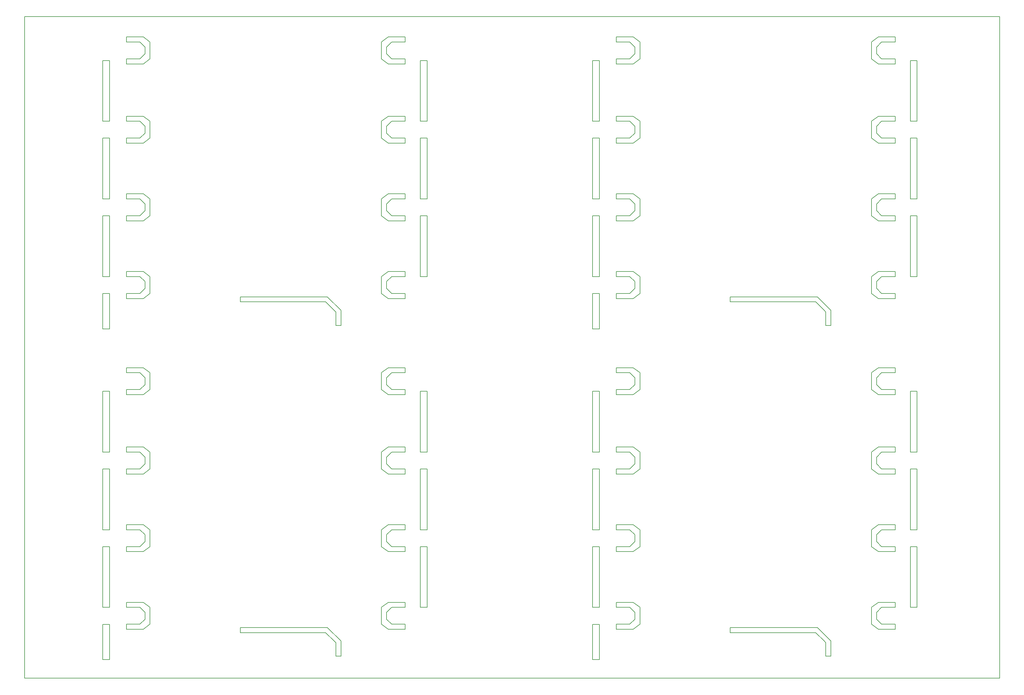
<source format=gbr>
G04 DipTrace 2.4.0.2*
%INBoardOutline.gbr*%
%MOIN*%
%ADD11C,0.0055*%
%FSLAX44Y44*%
G04*
G70*
G90*
G75*
G01*
%LNBoardOutline*%
%LPD*%
X3937Y81102D2*
D11*
X117520D1*
Y3937D1*
X3937D1*
Y81102D1*
X13031Y75984D2*
X13819D1*
Y68898D1*
X13031D1*
Y75984D1*
Y57874D2*
X13819D1*
Y50787D1*
X13031D1*
Y57874D1*
Y66929D2*
X13819D1*
Y59843D1*
X13031D1*
Y66929D1*
X50039Y75984D2*
X50827D1*
Y68898D1*
X50039D1*
Y75984D1*
Y57874D2*
X50827D1*
Y50787D1*
X50039D1*
Y57874D1*
X15787Y78740D2*
Y78150D1*
X17362D1*
X17953Y77559D1*
Y76772D1*
X17362Y76181D1*
X15787D1*
Y75591D1*
X17756D1*
X18543Y76181D1*
Y78150D1*
X17756Y78740D1*
X15787D1*
Y69488D2*
Y68898D1*
X17362D1*
X17953Y68307D1*
Y67520D1*
X17362Y66929D1*
X15787D1*
Y66339D1*
X17756D1*
X18543Y66929D1*
Y68898D1*
X17756Y69488D1*
X15787D1*
Y60433D2*
Y59843D1*
X17362D1*
X17953Y59252D1*
Y58465D1*
X17362Y57874D1*
X15787D1*
Y57283D1*
X17756D1*
X18543Y57874D1*
Y59843D1*
X17756Y60433D1*
X15787D1*
Y51378D2*
Y50787D1*
X17362D1*
X17953Y50197D1*
Y49409D1*
X17362Y48819D1*
X15787D1*
Y48228D1*
X17756D1*
X18543Y48819D1*
Y50787D1*
X17756Y51378D1*
X15787D1*
X48268Y75591D2*
Y76181D1*
X46693D1*
X46102Y76772D1*
Y77559D1*
X46693Y78150D1*
X48268D1*
Y78740D1*
X46299D1*
X45512Y78150D1*
Y76181D1*
X46299Y75591D1*
X48268D1*
Y66339D2*
Y66929D1*
X46693D1*
X46102Y67520D1*
Y68307D1*
X46693Y68898D1*
X48268D1*
Y69488D1*
X46299D1*
X45512Y68898D1*
Y66929D1*
X46299Y66339D1*
X48268D1*
Y57283D2*
Y57874D1*
X46693D1*
X46102Y58465D1*
Y59252D1*
X46693Y59843D1*
X48268D1*
Y60433D1*
X46299D1*
X45512Y59843D1*
Y57874D1*
X46299Y57283D1*
X48268D1*
Y48228D2*
Y48819D1*
X46693D1*
X46102Y49409D1*
Y50197D1*
X46693Y50787D1*
X48268D1*
Y51378D1*
X46299D1*
X45512Y50787D1*
Y48819D1*
X46299Y48228D1*
X48268D1*
X50039Y66929D2*
X50827D1*
Y59843D1*
X50039D1*
Y66929D1*
X29055Y47835D2*
X30079D1*
X30945D1*
X39016D1*
X40000Y46850D1*
X40197Y46654D1*
Y45079D1*
X40787D1*
Y46850D1*
X39213Y48425D1*
X30551D1*
X29528D1*
X29055D1*
Y47835D1*
X13032Y48797D2*
X13819D1*
Y44681D1*
X13032D1*
Y48797D1*
X13031Y37402D2*
X13819D1*
Y30315D1*
X13031D1*
Y37402D1*
Y19291D2*
X13819D1*
Y12205D1*
X13031D1*
Y19291D1*
Y28346D2*
X13819D1*
Y21260D1*
X13031D1*
Y28346D1*
X50039Y37402D2*
X50827D1*
Y30315D1*
X50039D1*
Y37402D1*
Y19291D2*
X50827D1*
Y12205D1*
X50039D1*
Y19291D1*
X15787Y40157D2*
Y39567D1*
X17362D1*
X17953Y38976D1*
Y38189D1*
X17362Y37598D1*
X15787D1*
Y37008D1*
X17756D1*
X18543Y37598D1*
Y39567D1*
X17756Y40157D1*
X15787D1*
Y30906D2*
Y30315D1*
X17362D1*
X17953Y29724D1*
Y28937D1*
X17362Y28346D1*
X15787D1*
Y27756D1*
X17756D1*
X18543Y28346D1*
Y30315D1*
X17756Y30906D1*
X15787D1*
Y21850D2*
Y21260D1*
X17362D1*
X17953Y20669D1*
Y19882D1*
X17362Y19291D1*
X15787D1*
Y18701D1*
X17756D1*
X18543Y19291D1*
Y21260D1*
X17756Y21850D1*
X15787D1*
Y12795D2*
Y12205D1*
X17362D1*
X17953Y11614D1*
Y10827D1*
X17362Y10236D1*
X15787D1*
Y9646D1*
X17756D1*
X18543Y10236D1*
Y12205D1*
X17756Y12795D1*
X15787D1*
X48268Y37008D2*
Y37598D1*
X46693D1*
X46102Y38189D1*
Y38976D1*
X46693Y39567D1*
X48268D1*
Y40157D1*
X46299D1*
X45512Y39567D1*
Y37598D1*
X46299Y37008D1*
X48268D1*
Y27756D2*
Y28346D1*
X46693D1*
X46102Y28937D1*
Y29724D1*
X46693Y30315D1*
X48268D1*
Y30906D1*
X46299D1*
X45512Y30315D1*
Y28346D1*
X46299Y27756D1*
X48268D1*
Y18701D2*
Y19291D1*
X46693D1*
X46102Y19882D1*
Y20669D1*
X46693Y21260D1*
X48268D1*
Y21850D1*
X46299D1*
X45512Y21260D1*
Y19291D1*
X46299Y18701D1*
X48268D1*
Y9646D2*
Y10236D1*
X46693D1*
X46102Y10827D1*
Y11614D1*
X46693Y12205D1*
X48268D1*
Y12795D1*
X46299D1*
X45512Y12205D1*
Y10236D1*
X46299Y9646D1*
X48268D1*
X50039Y28346D2*
X50827D1*
Y21260D1*
X50039D1*
Y28346D1*
X29055Y9252D2*
X30079D1*
X30945D1*
X39016D1*
X40000Y8268D1*
X40197Y8071D1*
Y6496D1*
X40787D1*
Y8268D1*
X39213Y9843D1*
X30551D1*
X29528D1*
X29055D1*
Y9252D1*
X13032Y10214D2*
X13819D1*
Y6098D1*
X13032D1*
Y10214D1*
X70118Y75984D2*
X70906D1*
Y68898D1*
X70118D1*
Y75984D1*
Y57874D2*
X70906D1*
Y50787D1*
X70118D1*
Y57874D1*
Y66929D2*
X70906D1*
Y59843D1*
X70118D1*
Y66929D1*
X107126Y75984D2*
X107913D1*
Y68898D1*
X107126D1*
Y75984D1*
Y57874D2*
X107913D1*
Y50787D1*
X107126D1*
Y57874D1*
X72874Y78740D2*
Y78150D1*
X74449D1*
X75039Y77559D1*
Y76772D1*
X74449Y76181D1*
X72874D1*
Y75591D1*
X74843D1*
X75630Y76181D1*
Y78150D1*
X74843Y78740D1*
X72874D1*
Y69488D2*
Y68898D1*
X74449D1*
X75039Y68307D1*
Y67520D1*
X74449Y66929D1*
X72874D1*
Y66339D1*
X74843D1*
X75630Y66929D1*
Y68898D1*
X74843Y69488D1*
X72874D1*
Y60433D2*
Y59843D1*
X74449D1*
X75039Y59252D1*
Y58465D1*
X74449Y57874D1*
X72874D1*
Y57283D1*
X74843D1*
X75630Y57874D1*
Y59843D1*
X74843Y60433D1*
X72874D1*
Y51378D2*
Y50787D1*
X74449D1*
X75039Y50197D1*
Y49409D1*
X74449Y48819D1*
X72874D1*
Y48228D1*
X74843D1*
X75630Y48819D1*
Y50787D1*
X74843Y51378D1*
X72874D1*
X105354Y75591D2*
Y76181D1*
X103780D1*
X103189Y76772D1*
Y77559D1*
X103780Y78150D1*
X105354D1*
Y78740D1*
X103386D1*
X102598Y78150D1*
Y76181D1*
X103386Y75591D1*
X105354D1*
Y66339D2*
Y66929D1*
X103780D1*
X103189Y67520D1*
Y68307D1*
X103780Y68898D1*
X105354D1*
Y69488D1*
X103386D1*
X102598Y68898D1*
Y66929D1*
X103386Y66339D1*
X105354D1*
Y57283D2*
Y57874D1*
X103780D1*
X103189Y58465D1*
Y59252D1*
X103780Y59843D1*
X105354D1*
Y60433D1*
X103386D1*
X102598Y59843D1*
Y57874D1*
X103386Y57283D1*
X105354D1*
Y48228D2*
Y48819D1*
X103780D1*
X103189Y49409D1*
Y50197D1*
X103780Y50787D1*
X105354D1*
Y51378D1*
X103386D1*
X102598Y50787D1*
Y48819D1*
X103386Y48228D1*
X105354D1*
X107126Y66929D2*
X107913D1*
Y59843D1*
X107126D1*
Y66929D1*
X86142Y47835D2*
X87165D1*
X88031D1*
X96102D1*
X97087Y46850D1*
X97283Y46654D1*
Y45079D1*
X97874D1*
Y46850D1*
X96299Y48425D1*
X87638D1*
X86614D1*
X86142D1*
Y47835D1*
X70118Y48797D2*
X70906D1*
Y44681D1*
X70118D1*
Y48797D1*
Y37402D2*
X70906D1*
Y30315D1*
X70118D1*
Y37402D1*
Y19291D2*
X70906D1*
Y12205D1*
X70118D1*
Y19291D1*
Y28346D2*
X70906D1*
Y21260D1*
X70118D1*
Y28346D1*
X107126Y37402D2*
X107913D1*
Y30315D1*
X107126D1*
Y37402D1*
Y19291D2*
X107913D1*
Y12205D1*
X107126D1*
Y19291D1*
X72874Y40157D2*
Y39567D1*
X74449D1*
X75039Y38976D1*
Y38189D1*
X74449Y37598D1*
X72874D1*
Y37008D1*
X74843D1*
X75630Y37598D1*
Y39567D1*
X74843Y40157D1*
X72874D1*
Y30906D2*
Y30315D1*
X74449D1*
X75039Y29724D1*
Y28937D1*
X74449Y28346D1*
X72874D1*
Y27756D1*
X74843D1*
X75630Y28346D1*
Y30315D1*
X74843Y30906D1*
X72874D1*
Y21850D2*
Y21260D1*
X74449D1*
X75039Y20669D1*
Y19882D1*
X74449Y19291D1*
X72874D1*
Y18701D1*
X74843D1*
X75630Y19291D1*
Y21260D1*
X74843Y21850D1*
X72874D1*
Y12795D2*
Y12205D1*
X74449D1*
X75039Y11614D1*
Y10827D1*
X74449Y10236D1*
X72874D1*
Y9646D1*
X74843D1*
X75630Y10236D1*
Y12205D1*
X74843Y12795D1*
X72874D1*
X105354Y37008D2*
Y37598D1*
X103780D1*
X103189Y38189D1*
Y38976D1*
X103780Y39567D1*
X105354D1*
Y40157D1*
X103386D1*
X102598Y39567D1*
Y37598D1*
X103386Y37008D1*
X105354D1*
Y27756D2*
Y28346D1*
X103780D1*
X103189Y28937D1*
Y29724D1*
X103780Y30315D1*
X105354D1*
Y30906D1*
X103386D1*
X102598Y30315D1*
Y28346D1*
X103386Y27756D1*
X105354D1*
Y18701D2*
Y19291D1*
X103780D1*
X103189Y19882D1*
Y20669D1*
X103780Y21260D1*
X105354D1*
Y21850D1*
X103386D1*
X102598Y21260D1*
Y19291D1*
X103386Y18701D1*
X105354D1*
Y9646D2*
Y10236D1*
X103780D1*
X103189Y10827D1*
Y11614D1*
X103780Y12205D1*
X105354D1*
Y12795D1*
X103386D1*
X102598Y12205D1*
Y10236D1*
X103386Y9646D1*
X105354D1*
X107126Y28346D2*
X107913D1*
Y21260D1*
X107126D1*
Y28346D1*
X86142Y9252D2*
X87165D1*
X88031D1*
X96102D1*
X97087Y8268D1*
X97283Y8071D1*
Y6496D1*
X97874D1*
Y8268D1*
X96299Y9843D1*
X87638D1*
X86614D1*
X86142D1*
Y9252D1*
X70118Y10214D2*
X70906D1*
Y6098D1*
X70118D1*
Y10214D1*
M02*

</source>
